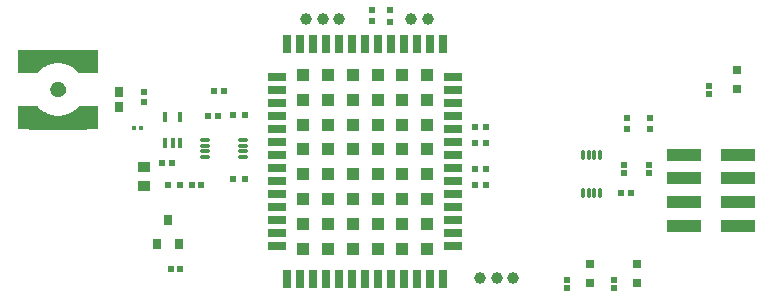
<source format=gtp>
G04*
G04 #@! TF.GenerationSoftware,Altium Limited,Altium Designer,21.6.4 (81)*
G04*
G04 Layer_Color=8421504*
%FSAX25Y25*%
%MOIN*%
G70*
G04*
G04 #@! TF.SameCoordinates,4D958C9C-F649-4AF2-B5CF-C97532408FB4*
G04*
G04*
G04 #@! TF.FilePolarity,Positive*
G04*
G01*
G75*
%ADD19R,0.01860X0.02288*%
%ADD20R,0.02288X0.01860*%
%ADD21R,0.01968X0.02362*%
%ADD22R,0.02362X0.01968*%
%ADD23R,0.19685X0.03937*%
%ADD24C,0.03937*%
%ADD25R,0.03150X0.03150*%
G04:AMPARAMS|DCode=26|XSize=15.75mil|YSize=33.47mil|CornerRadius=1.97mil|HoleSize=0mil|Usage=FLASHONLY|Rotation=180.000|XOffset=0mil|YOffset=0mil|HoleType=Round|Shape=RoundedRectangle|*
%AMROUNDEDRECTD26*
21,1,0.01575,0.02953,0,0,180.0*
21,1,0.01181,0.03347,0,0,180.0*
1,1,0.00394,-0.00591,0.01476*
1,1,0.00394,0.00591,0.01476*
1,1,0.00394,0.00591,-0.01476*
1,1,0.00394,-0.00591,-0.01476*
%
%ADD26ROUNDEDRECTD26*%
%ADD27R,0.03150X0.05906*%
%ADD28R,0.05906X0.03150*%
%ADD29R,0.04331X0.04331*%
%ADD30R,0.02441X0.02362*%
%ADD31R,0.02423X0.02254*%
G04:AMPARAMS|DCode=32|XSize=11.81mil|YSize=31.5mil|CornerRadius=1.95mil|HoleSize=0mil|Usage=FLASHONLY|Rotation=90.000|XOffset=0mil|YOffset=0mil|HoleType=Round|Shape=RoundedRectangle|*
%AMROUNDEDRECTD32*
21,1,0.01181,0.02760,0,0,90.0*
21,1,0.00791,0.03150,0,0,90.0*
1,1,0.00390,0.01380,0.00396*
1,1,0.00390,0.01380,-0.00396*
1,1,0.00390,-0.01380,-0.00396*
1,1,0.00390,-0.01380,0.00396*
%
%ADD32ROUNDEDRECTD32*%
%ADD33R,0.03150X0.03543*%
%ADD34R,0.02559X0.03347*%
%ADD35R,0.02254X0.02423*%
%ADD36R,0.01788X0.01428*%
%ADD37R,0.03937X0.03543*%
%ADD38R,0.02362X0.02441*%
%ADD39R,0.11614X0.04016*%
G04:AMPARAMS|DCode=40|XSize=11.81mil|YSize=31.5mil|CornerRadius=1.95mil|HoleSize=0mil|Usage=FLASHONLY|Rotation=0.000|XOffset=0mil|YOffset=0mil|HoleType=Round|Shape=RoundedRectangle|*
%AMROUNDEDRECTD40*
21,1,0.01181,0.02760,0,0,0.0*
21,1,0.00791,0.03150,0,0,0.0*
1,1,0.00390,0.00396,-0.01380*
1,1,0.00390,-0.00396,-0.01380*
1,1,0.00390,-0.00396,0.01380*
1,1,0.00390,0.00396,0.01380*
%
%ADD40ROUNDEDRECTD40*%
G36*
X0016111Y0072171D02*
X0016116Y0072166D01*
X0016120Y0072160D01*
X0016142Y0072137D01*
X0016163Y0072113D01*
X0016168Y0072109D01*
X0016173Y0072103D01*
X0017064Y0071228D01*
X0017081Y0071213D01*
X0017097Y0071197D01*
X0017110Y0071187D01*
X0017122Y0071176D01*
X0017140Y0071163D01*
X0017157Y0071149D01*
X0018173Y0070422D01*
X0018192Y0070410D01*
X0018211Y0070397D01*
X0018225Y0070389D01*
X0018238Y0070380D01*
X0018258Y0070370D01*
X0018278Y0070359D01*
X0019394Y0069797D01*
X0019414Y0069788D01*
X0019435Y0069778D01*
X0019450Y0069773D01*
X0019465Y0069766D01*
X0019486Y0069759D01*
X0019507Y0069751D01*
X0020696Y0069369D01*
X0020718Y0069363D01*
X0020740Y0069357D01*
X0020755Y0069353D01*
X0020771Y0069349D01*
X0020793Y0069346D01*
X0020815Y0069341D01*
X0022049Y0069148D01*
X0022072Y0069145D01*
X0022094Y0069142D01*
X0022110Y0069141D01*
X0022126Y0069140D01*
X0022149Y0069139D01*
X0022171Y0069138D01*
X0023420D01*
X0023443Y0069139D01*
X0023465Y0069140D01*
X0023482Y0069141D01*
X0023498Y0069142D01*
X0023520Y0069145D01*
X0023542Y0069148D01*
X0024777Y0069341D01*
X0024799Y0069346D01*
X0024821Y0069349D01*
X0024836Y0069353D01*
X0024852Y0069357D01*
X0024874Y0069363D01*
X0024896Y0069369D01*
X0026085Y0069751D01*
X0026106Y0069759D01*
X0026127Y0069766D01*
X0026142Y0069773D01*
X0026157Y0069778D01*
X0026177Y0069788D01*
X0026198Y0069797D01*
X0027314Y0070359D01*
X0027334Y0070370D01*
X0027354Y0070380D01*
X0027367Y0070389D01*
X0027381Y0070397D01*
X0027400Y0070410D01*
X0027419Y0070422D01*
X0028434Y0071149D01*
X0028452Y0071163D01*
X0028470Y0071176D01*
X0028482Y0071187D01*
X0028495Y0071197D01*
X0028511Y0071213D01*
X0028528Y0071228D01*
X0029419Y0072103D01*
X0029424Y0072109D01*
X0029429Y0072113D01*
X0029450Y0072137D01*
X0029471Y0072160D01*
X0029476Y0072166D01*
X0029481Y0072171D01*
X0029636Y0072364D01*
X0036008Y0072364D01*
Y0064641D01*
X0009584D01*
Y0072364D01*
X0015956D01*
X0016111Y0072171D01*
D02*
G37*
G36*
X0023558Y0080464D02*
X0024033Y0080267D01*
X0024461Y0079981D01*
X0024825Y0079617D01*
X0025110Y0079189D01*
X0025307Y0078714D01*
X0025408Y0078210D01*
Y0077952D01*
Y0077695D01*
X0025307Y0077191D01*
X0025110Y0076715D01*
X0024825Y0076288D01*
X0024461Y0075924D01*
X0024033Y0075638D01*
X0023558Y0075441D01*
X0023053Y0075341D01*
X0022539D01*
X0022034Y0075441D01*
X0021559Y0075638D01*
X0021131Y0075924D01*
X0020767Y0076288D01*
X0020482Y0076715D01*
X0020285Y0077191D01*
X0020184Y0077695D01*
Y0077952D01*
Y0078210D01*
X0020285Y0078714D01*
X0020482Y0079189D01*
X0020767Y0079617D01*
X0021131Y0079981D01*
X0021559Y0080267D01*
X0022034Y0080464D01*
X0022539Y0080564D01*
X0023053D01*
X0023558Y0080464D01*
D02*
G37*
G36*
X0036008Y0083541D02*
X0029636D01*
X0029481Y0083734D01*
X0029476Y0083739D01*
X0029471Y0083745D01*
X0029450Y0083768D01*
X0029429Y0083791D01*
X0029424Y0083796D01*
X0029419Y0083802D01*
X0028528Y0084677D01*
X0028511Y0084692D01*
X0028495Y0084708D01*
X0028482Y0084718D01*
X0028470Y0084728D01*
X0028452Y0084742D01*
X0028434Y0084756D01*
X0027419Y0085483D01*
X0027400Y0085495D01*
X0027381Y0085508D01*
X0027367Y0085516D01*
X0027354Y0085525D01*
X0027334Y0085535D01*
X0027314Y0085546D01*
X0026198Y0086107D01*
X0026177Y0086116D01*
X0026157Y0086126D01*
X0026142Y0086132D01*
X0026127Y0086139D01*
X0026106Y0086146D01*
X0026085Y0086154D01*
X0024896Y0086536D01*
X0024874Y0086541D01*
X0024852Y0086548D01*
X0024836Y0086551D01*
X0024821Y0086555D01*
X0024799Y0086559D01*
X0024777Y0086564D01*
X0023542Y0086757D01*
X0023520Y0086759D01*
X0023498Y0086763D01*
X0023482Y0086764D01*
X0023465Y0086765D01*
X0023443Y0086765D01*
X0023420Y0086766D01*
X0022171D01*
X0022149Y0086765D01*
X0022126Y0086765D01*
X0022110Y0086764D01*
X0022094Y0086763D01*
X0022072Y0086759D01*
X0022049Y0086757D01*
X0020815Y0086564D01*
X0020793Y0086559D01*
X0020771Y0086555D01*
X0020755Y0086551D01*
X0020740Y0086548D01*
X0020718Y0086541D01*
X0020696Y0086536D01*
X0019507Y0086154D01*
X0019486Y0086146D01*
X0019465Y0086139D01*
X0019450Y0086132D01*
X0019435Y0086126D01*
X0019414Y0086116D01*
X0019394Y0086107D01*
X0018278Y0085546D01*
X0018258Y0085535D01*
X0018238Y0085525D01*
X0018225Y0085516D01*
X0018211Y0085508D01*
X0018192Y0085495D01*
X0018173Y0085483D01*
X0017157Y0084756D01*
X0017140Y0084742D01*
X0017122Y0084728D01*
X0017110Y0084718D01*
X0017097Y0084708D01*
X0017081Y0084692D01*
X0017064Y0084677D01*
X0016173Y0083802D01*
X0016168Y0083796D01*
X0016163Y0083791D01*
X0016142Y0083768D01*
X0016120Y0083745D01*
X0016116Y0083739D01*
X0016111Y0083734D01*
X0015956Y0083541D01*
X0009584D01*
Y0091264D01*
X0036008D01*
Y0083541D01*
D02*
G37*
G54D19*
X0208132Y0014520D02*
D03*
Y0011642D02*
D03*
X0239900Y0079220D02*
D03*
Y0076341D02*
D03*
X0192400Y0014520D02*
D03*
Y0011642D02*
D03*
X0211600Y0052939D02*
D03*
Y0050061D02*
D03*
X0219800D02*
D03*
Y0052939D02*
D03*
G54D20*
X0063439Y0018180D02*
D03*
X0060561D02*
D03*
X0070439Y0046000D02*
D03*
X0067561D02*
D03*
G54D21*
X0084969Y0048200D02*
D03*
X0081032D02*
D03*
X0081132Y0069300D02*
D03*
X0085069D02*
D03*
X0063468Y0046000D02*
D03*
X0059531D02*
D03*
G54D22*
X0212400Y0068568D02*
D03*
Y0064631D02*
D03*
X0220100Y0068568D02*
D03*
Y0064631D02*
D03*
X0133500Y0100531D02*
D03*
Y0104469D02*
D03*
G54D23*
X0022795Y0066472D02*
D03*
X0021795Y0088953D02*
D03*
G54D24*
X0022796Y0077952D02*
D03*
X0146000Y0101500D02*
D03*
X0140500D02*
D03*
X0116500D02*
D03*
X0111000D02*
D03*
X0105500D02*
D03*
X0174500Y0015000D02*
D03*
X0169000D02*
D03*
X0163500D02*
D03*
G54D25*
X0249100Y0084548D02*
D03*
Y0078052D02*
D03*
X0200168Y0019848D02*
D03*
Y0013352D02*
D03*
X0215900D02*
D03*
Y0019848D02*
D03*
G54D26*
X0058441Y0068929D02*
D03*
X0063559D02*
D03*
Y0060071D02*
D03*
X0061000D02*
D03*
X0058441D02*
D03*
G54D27*
X0151154Y0093039D02*
D03*
X0146823D02*
D03*
X0142492D02*
D03*
X0138162D02*
D03*
X0133831D02*
D03*
X0129500D02*
D03*
X0125169D02*
D03*
X0112177D02*
D03*
X0107846D02*
D03*
X0103516D02*
D03*
X0116508D02*
D03*
X0120838D02*
D03*
X0099185D02*
D03*
Y0014693D02*
D03*
X0103516D02*
D03*
X0107846D02*
D03*
X0112177D02*
D03*
X0116508D02*
D03*
X0120838D02*
D03*
X0125169D02*
D03*
X0129500D02*
D03*
X0133831D02*
D03*
X0138162D02*
D03*
X0142492D02*
D03*
X0146823D02*
D03*
X0151154D02*
D03*
G54D28*
X0095838Y0082016D02*
D03*
Y0077685D02*
D03*
Y0073354D02*
D03*
Y0069024D02*
D03*
Y0064693D02*
D03*
Y0060362D02*
D03*
Y0056031D02*
D03*
Y0051701D02*
D03*
Y0047370D02*
D03*
Y0043039D02*
D03*
Y0038709D02*
D03*
Y0034378D02*
D03*
Y0030047D02*
D03*
Y0025716D02*
D03*
X0154500D02*
D03*
Y0030047D02*
D03*
Y0034378D02*
D03*
Y0038709D02*
D03*
Y0043039D02*
D03*
Y0047370D02*
D03*
Y0051701D02*
D03*
Y0056031D02*
D03*
Y0060362D02*
D03*
Y0064693D02*
D03*
Y0069024D02*
D03*
Y0073354D02*
D03*
Y0077685D02*
D03*
Y0082016D02*
D03*
G54D29*
X0104500Y0024929D02*
D03*
Y0033197D02*
D03*
Y0041465D02*
D03*
Y0049732D02*
D03*
Y0058000D02*
D03*
Y0066268D02*
D03*
Y0074536D02*
D03*
X0104500Y0082803D02*
D03*
X0112768Y0024929D02*
D03*
Y0033197D02*
D03*
Y0041465D02*
D03*
Y0049732D02*
D03*
Y0058000D02*
D03*
Y0066268D02*
D03*
Y0074536D02*
D03*
Y0082803D02*
D03*
X0121035Y0024929D02*
D03*
Y0033197D02*
D03*
Y0041465D02*
D03*
Y0049732D02*
D03*
Y0058000D02*
D03*
Y0066268D02*
D03*
Y0074536D02*
D03*
X0121036Y0082803D02*
D03*
X0129303Y0024929D02*
D03*
Y0033197D02*
D03*
Y0041465D02*
D03*
Y0049732D02*
D03*
Y0058000D02*
D03*
Y0066268D02*
D03*
Y0074536D02*
D03*
Y0082803D02*
D03*
X0137571Y0024929D02*
D03*
Y0033197D02*
D03*
Y0041465D02*
D03*
Y0049732D02*
D03*
Y0058000D02*
D03*
Y0066268D02*
D03*
Y0074536D02*
D03*
X0137571Y0082803D02*
D03*
X0145838Y0024929D02*
D03*
Y0033197D02*
D03*
Y0041465D02*
D03*
Y0049732D02*
D03*
Y0058000D02*
D03*
Y0066268D02*
D03*
Y0074536D02*
D03*
Y0082803D02*
D03*
G54D30*
X0127500Y0104311D02*
D03*
Y0100689D02*
D03*
G54D31*
X0076163Y0069089D02*
D03*
X0072789D02*
D03*
X0210490Y0043400D02*
D03*
X0213864D02*
D03*
X0078187Y0077600D02*
D03*
X0074813D02*
D03*
X0060687Y0053500D02*
D03*
X0057313D02*
D03*
G54D32*
X0084299Y0055347D02*
D03*
Y0057316D02*
D03*
Y0059284D02*
D03*
Y0061253D02*
D03*
X0071701Y0055347D02*
D03*
Y0057316D02*
D03*
Y0059284D02*
D03*
Y0061253D02*
D03*
G54D33*
X0055760Y0026563D02*
D03*
X0063240D02*
D03*
X0059500Y0034437D02*
D03*
G54D34*
X0043000Y0072039D02*
D03*
Y0076961D02*
D03*
G54D35*
X0051500Y0073813D02*
D03*
Y0077187D02*
D03*
G54D36*
X0050500Y0065000D02*
D03*
X0048104D02*
D03*
G54D37*
X0051500Y0045851D02*
D03*
Y0052150D02*
D03*
G54D38*
X0161689Y0046000D02*
D03*
X0165311D02*
D03*
Y0051500D02*
D03*
X0161689D02*
D03*
X0165311Y0060000D02*
D03*
X0161689D02*
D03*
Y0065500D02*
D03*
X0165311D02*
D03*
G54D39*
X0249390Y0032599D02*
D03*
Y0040472D02*
D03*
Y0048346D02*
D03*
Y0056221D02*
D03*
X0231476Y0032599D02*
D03*
Y0040472D02*
D03*
Y0048346D02*
D03*
Y0056221D02*
D03*
G54D40*
X0197647Y0043401D02*
D03*
X0199616D02*
D03*
X0201584D02*
D03*
X0203553D02*
D03*
X0197647Y0055999D02*
D03*
X0199616D02*
D03*
X0201584D02*
D03*
X0203553D02*
D03*
M02*

</source>
